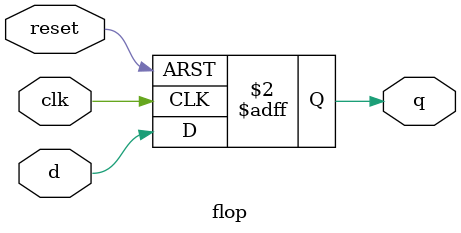
<source format=v>


//  --------------------------------------------------------
//  LEDR register(32 bit)
//  ZZZZ_ZZZZ_ZZZZ_ZZ|SLEDR17|LEDR16|_
//          |LEDR15|LEDR14|LEDR13|LEDR12|_
//          |LEDR11|LEDR10|LEDR9|LEDR8|_
//          |LEDR7|LEDR6|LEDR5|LEDR4|_
//          |LEDR3|LEDR2|LEDR1|LEDR0| 
//  --------------------------------------------------------

//  ========================================================

module PWM(
	input clk,
	input reset,
	input CS_N,
	input RD_N,
	input WR_N,
	input [11:0] Addr,
	input [7:0] DataIn,
	output wire pwm_out,
	output reg [31:0] DataOut
  ); 

	reg [7:0] pwm_register;
	wire [7:0] tick_signal;
	wire [7:0] tick;
	wire LEDR_R;
	
	
    // Assign the clock divisor
	parameter CLOCK_DIVISOR = 256;

  // Internal counter for free running 8 bits counter
	reg [7:0] p_counter,n_counter;   //8 bits	

	// Instantiate Couter
   counter c(	.clock(clk),
					.reset(reset),  
					.tick(tick_signal));
	
	// Instantiate flip-flop				
	flop f(		.clk(clk), 
					.reset(reset),
               .d(LEDR_R), 
               .q(pwm_out));
					
	// Register Read
  always @(*)
  begin
      if (~CS_N && ~RD_N)
			DataOut <= pwm_register;
  end
					
					
  //write output Register
  always @(posedge clk, posedge reset)
  begin
		if(reset)
			begin                                        
				pwm_register <= 0;
			end
		else if(~CS_N && ~WR_N) 
			begin                                        
	        if       (Addr[11:0] == 12'h200)  pwm_register	<= DataIn;
			end
  end
  
  	//output 
	assign LEDR_R = (pwm_register >= tick_signal);


endmodule

module counter(
	input wire clock,
	input wire reset, 
	output [7:0] tick
);


  // Assign the clock divisor
	parameter CLOCK_DIVISOR = 256;

  // Internal counter for free running 8 bits counter
	reg [7:0] p_counter,n_counter;   //8 bits
	
	assign tick = p_counter;
	
	always @(posedge clock) 
		begin
			if (reset) 
				p_counter <= 0;
			else 
				p_counter <= n_counter;
		end
		
	always @( p_counter) 
		begin
			n_counter = p_counter;
			if (p_counter == (CLOCK_DIVISOR - 1)) 
				n_counter = 8'd0;
			else
				n_counter = p_counter + 8'd1;   
		end
endmodule

module flop 
              (input       clk, reset,
               input       d, 
               output reg 	q);

  always @(posedge clk, posedge reset)
    if (reset) q <= 0;
    else       q <= d;

endmodule


</source>
